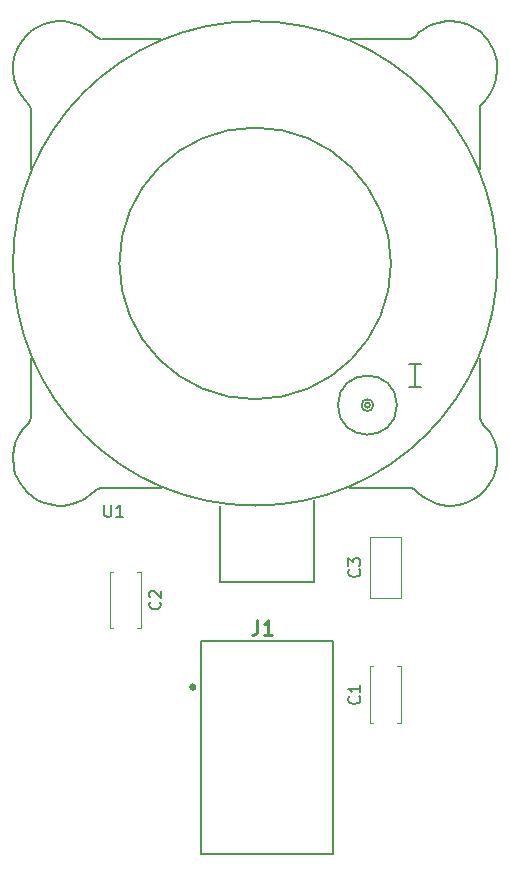
<source format=gbr>
%TF.GenerationSoftware,KiCad,Pcbnew,4.0.7-e2-6376~58~ubuntu16.04.1*%
%TF.CreationDate,2017-12-30T21:22:03+10:00*%
%TF.ProjectId,CurrentSensor,43757272656E7453656E736F722E6B69,rev?*%
%TF.FileFunction,Legend,Top*%
%FSLAX46Y46*%
G04 Gerber Fmt 4.6, Leading zero omitted, Abs format (unit mm)*
G04 Created by KiCad (PCBNEW 4.0.7-e2-6376~58~ubuntu16.04.1) date Sat Dec 30 21:22:03 2017*
%MOMM*%
%LPD*%
G01*
G04 APERTURE LIST*
%ADD10C,0.100000*%
%ADD11C,0.120000*%
%ADD12C,0.200000*%
%ADD13C,0.254000*%
%ADD14C,0.150000*%
G04 APERTURE END LIST*
D10*
D11*
X156690000Y-93910000D02*
X156690000Y-89090000D01*
X159310000Y-93910000D02*
X159310000Y-89090000D01*
X156690000Y-93910000D02*
X157004000Y-93910000D01*
X158996000Y-93910000D02*
X159310000Y-93910000D01*
X156690000Y-89090000D02*
X157004000Y-89090000D01*
X158996000Y-89090000D02*
X159310000Y-89090000D01*
X137310000Y-81090000D02*
X137310000Y-85910000D01*
X134690000Y-81090000D02*
X134690000Y-85910000D01*
X137310000Y-81090000D02*
X136996000Y-81090000D01*
X135004000Y-81090000D02*
X134690000Y-81090000D01*
X137310000Y-85910000D02*
X136996000Y-85910000D01*
X135004000Y-85910000D02*
X134690000Y-85910000D01*
X156690000Y-83310000D02*
X156690000Y-78190000D01*
X159310000Y-83310000D02*
X159310000Y-78190000D01*
X156690000Y-83310000D02*
X159310000Y-83310000D01*
X156690000Y-78190000D02*
X159310000Y-78190000D01*
D12*
X142400000Y-87000000D02*
X142400000Y-105000000D01*
X142400000Y-105000000D02*
X153600000Y-105000000D01*
X153600000Y-105000000D02*
X153600000Y-87000000D01*
X153600000Y-87000000D02*
X142400000Y-87000000D01*
D13*
X141916000Y-90875000D02*
G75*
G03X141916000Y-90875000I-193000J0D01*
G01*
D14*
X156715058Y-67000000D02*
G75*
G03X156715058Y-67000000I-215058J0D01*
G01*
X160000000Y-65500000D02*
X161000000Y-65500000D01*
X160000000Y-63500000D02*
X161000000Y-63500000D01*
X160500000Y-63500000D02*
X160500000Y-65500000D01*
X157000000Y-67000000D02*
G75*
G03X157000000Y-67000000I-500000J0D01*
G01*
X159000000Y-67000000D02*
G75*
G03X159000000Y-67000000I-2500000J0D01*
G01*
X167050000Y-69650000D02*
X166850000Y-69300000D01*
X166850000Y-69300000D02*
X166650000Y-69000000D01*
X166650000Y-69000000D02*
X166400000Y-68750000D01*
X166400000Y-68750000D02*
X166200000Y-68500000D01*
X166200000Y-68500000D02*
X166100000Y-68350000D01*
X166100000Y-68350000D02*
X166000000Y-68050000D01*
X160000000Y-74000000D02*
X160300000Y-74050000D01*
X160300000Y-74050000D02*
X160500000Y-74150000D01*
X160500000Y-74150000D02*
X160750000Y-74400000D01*
X160750000Y-74400000D02*
X161100000Y-74700000D01*
X161100000Y-74700000D02*
X161400000Y-74900000D01*
X161400000Y-74900000D02*
X161850000Y-75150000D01*
X161850000Y-75150000D02*
X162400000Y-75350000D01*
X162400000Y-75350000D02*
X162800000Y-75450000D01*
X162800000Y-75450000D02*
X163200000Y-75500000D01*
X163200000Y-75500000D02*
X163700000Y-75500000D01*
X163700000Y-75500000D02*
X164150000Y-75450000D01*
X164150000Y-75450000D02*
X164600000Y-75350000D01*
X164600000Y-75350000D02*
X165050000Y-75200000D01*
X165050000Y-75200000D02*
X165550000Y-74950000D01*
X165550000Y-74950000D02*
X166050000Y-74600000D01*
X166050000Y-74600000D02*
X166500000Y-74150000D01*
X166500000Y-74150000D02*
X166750000Y-73850000D01*
X166750000Y-73850000D02*
X166900000Y-73600000D01*
X166900000Y-73600000D02*
X167150000Y-73150000D01*
X167150000Y-73150000D02*
X167300000Y-72750000D01*
X167300000Y-72750000D02*
X167400000Y-72350000D01*
X167400000Y-72350000D02*
X167450000Y-72050000D01*
X167450000Y-72050000D02*
X167500000Y-71750000D01*
X167500000Y-71750000D02*
X167500000Y-71450000D01*
X167500000Y-71450000D02*
X167500000Y-71150000D01*
X167500000Y-71150000D02*
X167450000Y-70800000D01*
X167450000Y-70800000D02*
X167350000Y-70400000D01*
X167350000Y-70400000D02*
X167200000Y-69950000D01*
X167200000Y-69950000D02*
X167050000Y-69650000D01*
X155000000Y-74000000D02*
X160000000Y-74000000D01*
X139000000Y-74000000D02*
X134000000Y-74000000D01*
X128000000Y-68050000D02*
X127950000Y-68250000D01*
X127950000Y-68250000D02*
X127850000Y-68500000D01*
X127850000Y-68500000D02*
X127650000Y-68700000D01*
X127650000Y-68700000D02*
X127350000Y-69050000D01*
X127350000Y-69050000D02*
X127150000Y-69300000D01*
X127150000Y-69300000D02*
X127000000Y-69550000D01*
X127000000Y-69550000D02*
X126850000Y-69850000D01*
X126850000Y-69850000D02*
X126700000Y-70200000D01*
X126700000Y-70200000D02*
X126550000Y-70800000D01*
X126550000Y-70800000D02*
X126500000Y-71200000D01*
X126500000Y-71200000D02*
X126500000Y-71650000D01*
X126500000Y-71650000D02*
X126550000Y-72050000D01*
X126550000Y-72050000D02*
X126600000Y-72450000D01*
X126600000Y-72450000D02*
X126700000Y-72800000D01*
X126700000Y-72800000D02*
X126900000Y-73250000D01*
X126900000Y-73250000D02*
X127100000Y-73600000D01*
X127100000Y-73600000D02*
X127400000Y-74000000D01*
X127400000Y-74000000D02*
X127700000Y-74350000D01*
X127700000Y-74350000D02*
X128150000Y-74750000D01*
X128150000Y-74750000D02*
X128550000Y-75000000D01*
X128550000Y-75000000D02*
X129100000Y-75250000D01*
X129100000Y-75250000D02*
X129600000Y-75400000D01*
X129600000Y-75400000D02*
X129850000Y-75450000D01*
X129850000Y-75450000D02*
X130400000Y-75500000D01*
X130400000Y-75500000D02*
X130750000Y-75500000D01*
X130750000Y-75500000D02*
X131150000Y-75450000D01*
X131150000Y-75450000D02*
X131500000Y-75400000D01*
X131500000Y-75400000D02*
X132000000Y-75200000D01*
X132000000Y-75200000D02*
X132400000Y-75050000D01*
X132400000Y-75050000D02*
X132700000Y-74850000D01*
X132700000Y-74850000D02*
X133100000Y-74550000D01*
X133100000Y-74550000D02*
X133400000Y-74250000D01*
X133400000Y-74250000D02*
X133650000Y-74100000D01*
X133650000Y-74100000D02*
X134000000Y-74000000D01*
X128000000Y-63000000D02*
X128000000Y-68000000D01*
X133950000Y-36000000D02*
X133700000Y-35950000D01*
X133700000Y-35950000D02*
X133400000Y-35750000D01*
X133400000Y-35750000D02*
X133150000Y-35500000D01*
X133150000Y-35500000D02*
X132900000Y-35300000D01*
X132900000Y-35300000D02*
X132500000Y-35050000D01*
X132500000Y-35050000D02*
X132150000Y-34850000D01*
X132150000Y-34850000D02*
X131700000Y-34700000D01*
X131700000Y-34700000D02*
X131200000Y-34550000D01*
X131200000Y-34550000D02*
X130750000Y-34500000D01*
X130750000Y-34500000D02*
X130250000Y-34500000D01*
X130250000Y-34500000D02*
X129850000Y-34550000D01*
X129850000Y-34550000D02*
X129400000Y-34650000D01*
X129400000Y-34650000D02*
X128950000Y-34800000D01*
X128950000Y-34800000D02*
X128650000Y-34950000D01*
X128650000Y-34950000D02*
X128300000Y-35150000D01*
X128300000Y-35150000D02*
X127900000Y-35450000D01*
X127900000Y-35450000D02*
X127600000Y-35750000D01*
X127600000Y-35750000D02*
X127350000Y-36050000D01*
X127350000Y-36050000D02*
X126950000Y-36650000D01*
X126950000Y-36650000D02*
X126800000Y-36950000D01*
X126800000Y-36950000D02*
X126700000Y-37300000D01*
X126700000Y-37300000D02*
X126600000Y-37600000D01*
X126600000Y-37600000D02*
X126500000Y-38150000D01*
X126500000Y-38150000D02*
X126500000Y-38750000D01*
X126500000Y-38750000D02*
X126600000Y-39350000D01*
X126600000Y-39350000D02*
X126750000Y-39900000D01*
X126750000Y-39900000D02*
X127000000Y-40450000D01*
X127000000Y-40450000D02*
X127250000Y-40850000D01*
X127250000Y-40850000D02*
X127550000Y-41200000D01*
X127550000Y-41200000D02*
X127850000Y-41550000D01*
X127850000Y-41550000D02*
X127950000Y-41750000D01*
X127950000Y-41750000D02*
X128000000Y-41950000D01*
X166000000Y-42050000D02*
X166050000Y-41700000D01*
X166050000Y-41700000D02*
X166400000Y-41300000D01*
X166400000Y-41300000D02*
X166700000Y-40950000D01*
X166700000Y-40950000D02*
X167000000Y-40450000D01*
X167000000Y-40450000D02*
X167250000Y-39950000D01*
X167250000Y-39950000D02*
X167400000Y-39400000D01*
X167400000Y-39400000D02*
X167500000Y-38650000D01*
X167500000Y-38650000D02*
X167500000Y-38250000D01*
X167500000Y-38250000D02*
X167450000Y-37850000D01*
X167450000Y-37850000D02*
X167400000Y-37600000D01*
X167400000Y-37600000D02*
X167300000Y-37250000D01*
X167300000Y-37250000D02*
X167150000Y-36850000D01*
X167150000Y-36850000D02*
X166900000Y-36400000D01*
X166900000Y-36400000D02*
X166700000Y-36100000D01*
X166700000Y-36100000D02*
X166450000Y-35800000D01*
X166450000Y-35800000D02*
X166100000Y-35450000D01*
X166100000Y-35450000D02*
X165850000Y-35250000D01*
X165850000Y-35250000D02*
X165550000Y-35050000D01*
X165550000Y-35050000D02*
X165250000Y-34900000D01*
X165250000Y-34900000D02*
X164900000Y-34750000D01*
X164900000Y-34750000D02*
X164550000Y-34650000D01*
X164550000Y-34650000D02*
X164350000Y-34600000D01*
X164350000Y-34600000D02*
X164050000Y-34550000D01*
X164050000Y-34550000D02*
X163700000Y-34500000D01*
X163700000Y-34500000D02*
X163350000Y-34500000D01*
X163350000Y-34500000D02*
X163150000Y-34500000D01*
X163150000Y-34500000D02*
X162900000Y-34550000D01*
X162900000Y-34550000D02*
X162450000Y-34650000D01*
X162450000Y-34650000D02*
X162100000Y-34750000D01*
X162100000Y-34750000D02*
X161850000Y-34850000D01*
X161850000Y-34850000D02*
X161550000Y-35000000D01*
X161550000Y-35000000D02*
X161250000Y-35200000D01*
X161250000Y-35200000D02*
X160900000Y-35450000D01*
X160900000Y-35450000D02*
X160600000Y-35750000D01*
X160600000Y-35750000D02*
X160400000Y-35900000D01*
X160400000Y-35900000D02*
X160100000Y-36000000D01*
X160100000Y-36000000D02*
X159950000Y-36000000D01*
X128000000Y-42000000D02*
X128000000Y-47000000D01*
X139000000Y-36000000D02*
X134000000Y-36000000D01*
X160000000Y-36000000D02*
X155000000Y-36000000D01*
X166000000Y-47000000D02*
X166000000Y-42000000D01*
X166000000Y-63000000D02*
X166000000Y-68000000D01*
X152000000Y-82000000D02*
X152000000Y-75000000D01*
X152000000Y-82000000D02*
X144000000Y-82000000D01*
X144000000Y-82000000D02*
X144000000Y-75500000D01*
X167500000Y-55000000D02*
G75*
G03X167500000Y-55000000I-20500000J0D01*
G01*
X158500000Y-55000000D02*
G75*
G03X158500000Y-55000000I-11500000J0D01*
G01*
X155797143Y-91666666D02*
X155844762Y-91714285D01*
X155892381Y-91857142D01*
X155892381Y-91952380D01*
X155844762Y-92095238D01*
X155749524Y-92190476D01*
X155654286Y-92238095D01*
X155463810Y-92285714D01*
X155320952Y-92285714D01*
X155130476Y-92238095D01*
X155035238Y-92190476D01*
X154940000Y-92095238D01*
X154892381Y-91952380D01*
X154892381Y-91857142D01*
X154940000Y-91714285D01*
X154987619Y-91666666D01*
X155892381Y-90714285D02*
X155892381Y-91285714D01*
X155892381Y-91000000D02*
X154892381Y-91000000D01*
X155035238Y-91095238D01*
X155130476Y-91190476D01*
X155178095Y-91285714D01*
X138917143Y-83666666D02*
X138964762Y-83714285D01*
X139012381Y-83857142D01*
X139012381Y-83952380D01*
X138964762Y-84095238D01*
X138869524Y-84190476D01*
X138774286Y-84238095D01*
X138583810Y-84285714D01*
X138440952Y-84285714D01*
X138250476Y-84238095D01*
X138155238Y-84190476D01*
X138060000Y-84095238D01*
X138012381Y-83952380D01*
X138012381Y-83857142D01*
X138060000Y-83714285D01*
X138107619Y-83666666D01*
X138107619Y-83285714D02*
X138060000Y-83238095D01*
X138012381Y-83142857D01*
X138012381Y-82904761D01*
X138060000Y-82809523D01*
X138107619Y-82761904D01*
X138202857Y-82714285D01*
X138298095Y-82714285D01*
X138440952Y-82761904D01*
X139012381Y-83333333D01*
X139012381Y-82714285D01*
X155797143Y-80916666D02*
X155844762Y-80964285D01*
X155892381Y-81107142D01*
X155892381Y-81202380D01*
X155844762Y-81345238D01*
X155749524Y-81440476D01*
X155654286Y-81488095D01*
X155463810Y-81535714D01*
X155320952Y-81535714D01*
X155130476Y-81488095D01*
X155035238Y-81440476D01*
X154940000Y-81345238D01*
X154892381Y-81202380D01*
X154892381Y-81107142D01*
X154940000Y-80964285D01*
X154987619Y-80916666D01*
X154892381Y-80583333D02*
X154892381Y-79964285D01*
X155273333Y-80297619D01*
X155273333Y-80154761D01*
X155320952Y-80059523D01*
X155368571Y-80011904D01*
X155463810Y-79964285D01*
X155701905Y-79964285D01*
X155797143Y-80011904D01*
X155844762Y-80059523D01*
X155892381Y-80154761D01*
X155892381Y-80440476D01*
X155844762Y-80535714D01*
X155797143Y-80583333D01*
D13*
X147176667Y-85204524D02*
X147176667Y-86111667D01*
X147116191Y-86293095D01*
X146995239Y-86414048D01*
X146813810Y-86474524D01*
X146692858Y-86474524D01*
X148446667Y-86474524D02*
X147720953Y-86474524D01*
X148083810Y-86474524D02*
X148083810Y-85204524D01*
X147962858Y-85385952D01*
X147841905Y-85506905D01*
X147720953Y-85567381D01*
D14*
X134238095Y-75452381D02*
X134238095Y-76261905D01*
X134285714Y-76357143D01*
X134333333Y-76404762D01*
X134428571Y-76452381D01*
X134619048Y-76452381D01*
X134714286Y-76404762D01*
X134761905Y-76357143D01*
X134809524Y-76261905D01*
X134809524Y-75452381D01*
X135809524Y-76452381D02*
X135238095Y-76452381D01*
X135523809Y-76452381D02*
X135523809Y-75452381D01*
X135428571Y-75595238D01*
X135333333Y-75690476D01*
X135238095Y-75738095D01*
M02*

</source>
